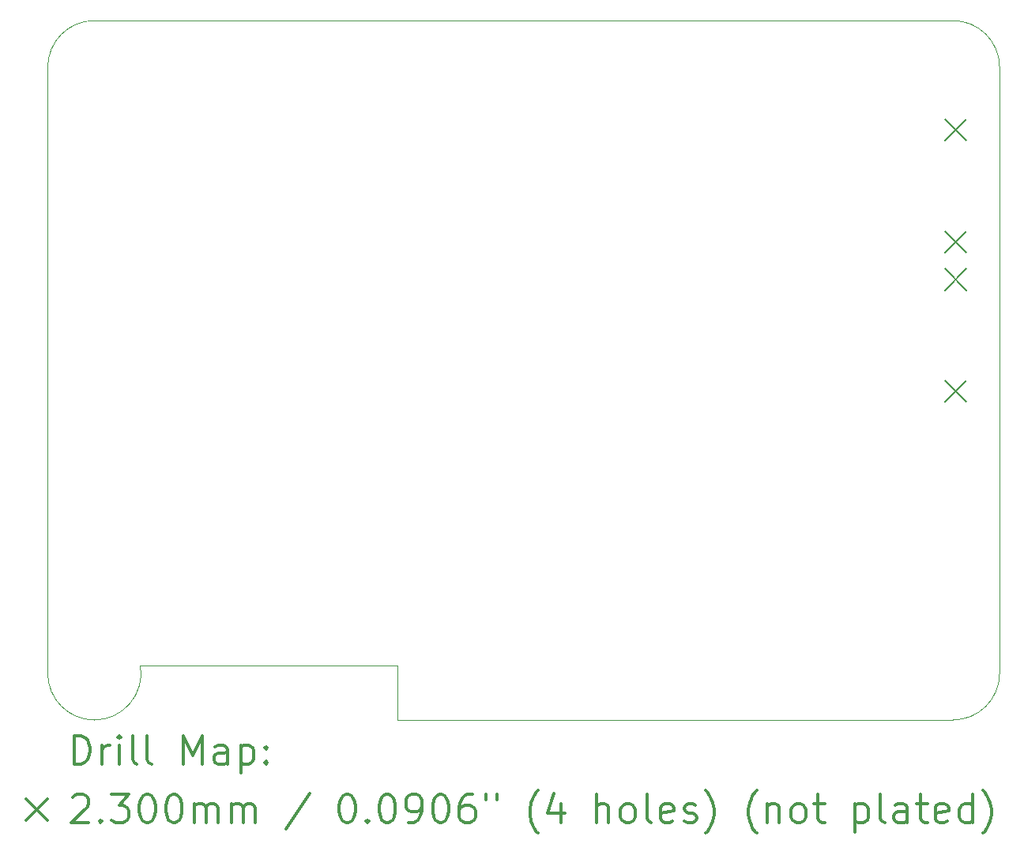
<source format=gbr>
%FSLAX45Y45*%
G04 Gerber Fmt 4.5, Leading zero omitted, Abs format (unit mm)*
G04 Created by KiCad (PCBNEW 5.1.12-84ad8e8a86~92~ubuntu20.04.1) date 2022-06-26 22:50:32*
%MOMM*%
%LPD*%
G01*
G04 APERTURE LIST*
%TA.AperFunction,Profile*%
%ADD10C,0.100000*%
%TD*%
%ADD11C,0.200000*%
%ADD12C,0.300000*%
G04 APERTURE END LIST*
D10*
X9500000Y-12500000D02*
X9499600Y-12499848D01*
X9993439Y-11920210D02*
G75*
G02*
X9499600Y-12499848I-493439J-79790D01*
G01*
X12750292Y-12500000D02*
X12750292Y-11920220D01*
X9993376Y-11920220D02*
X12750292Y-11920220D01*
X12750292Y-12500000D02*
X18700000Y-12500000D01*
X18700000Y-5000000D02*
X9500000Y-5000000D01*
X19200000Y-12000000D02*
X19200000Y-5500000D01*
X9000000Y-5500000D02*
X9000000Y-12000000D01*
X18700000Y-5000000D02*
G75*
G02*
X19200000Y-5500000I0J-500000D01*
G01*
X19200000Y-12000000D02*
G75*
G02*
X18700000Y-12500000I-500000J0D01*
G01*
X9500000Y-12500000D02*
G75*
G02*
X9000000Y-12000000I0J500000D01*
G01*
X9000000Y-5500000D02*
G75*
G02*
X9500000Y-5000000I500000J0D01*
G01*
D11*
X18615000Y-6059000D02*
X18845000Y-6289000D01*
X18845000Y-6059000D02*
X18615000Y-6289000D01*
X18615000Y-7259000D02*
X18845000Y-7489000D01*
X18845000Y-7259000D02*
X18615000Y-7489000D01*
X18615000Y-7661000D02*
X18845000Y-7891000D01*
X18845000Y-7661000D02*
X18615000Y-7891000D01*
X18615000Y-8861000D02*
X18845000Y-9091000D01*
X18845000Y-8861000D02*
X18615000Y-9091000D01*
D12*
X9281428Y-12970714D02*
X9281428Y-12670714D01*
X9352857Y-12670714D01*
X9395714Y-12685000D01*
X9424286Y-12713571D01*
X9438571Y-12742143D01*
X9452857Y-12799286D01*
X9452857Y-12842143D01*
X9438571Y-12899286D01*
X9424286Y-12927857D01*
X9395714Y-12956429D01*
X9352857Y-12970714D01*
X9281428Y-12970714D01*
X9581428Y-12970714D02*
X9581428Y-12770714D01*
X9581428Y-12827857D02*
X9595714Y-12799286D01*
X9610000Y-12785000D01*
X9638571Y-12770714D01*
X9667143Y-12770714D01*
X9767143Y-12970714D02*
X9767143Y-12770714D01*
X9767143Y-12670714D02*
X9752857Y-12685000D01*
X9767143Y-12699286D01*
X9781428Y-12685000D01*
X9767143Y-12670714D01*
X9767143Y-12699286D01*
X9952857Y-12970714D02*
X9924286Y-12956429D01*
X9910000Y-12927857D01*
X9910000Y-12670714D01*
X10110000Y-12970714D02*
X10081428Y-12956429D01*
X10067143Y-12927857D01*
X10067143Y-12670714D01*
X10452857Y-12970714D02*
X10452857Y-12670714D01*
X10552857Y-12885000D01*
X10652857Y-12670714D01*
X10652857Y-12970714D01*
X10924286Y-12970714D02*
X10924286Y-12813571D01*
X10910000Y-12785000D01*
X10881428Y-12770714D01*
X10824286Y-12770714D01*
X10795714Y-12785000D01*
X10924286Y-12956429D02*
X10895714Y-12970714D01*
X10824286Y-12970714D01*
X10795714Y-12956429D01*
X10781428Y-12927857D01*
X10781428Y-12899286D01*
X10795714Y-12870714D01*
X10824286Y-12856429D01*
X10895714Y-12856429D01*
X10924286Y-12842143D01*
X11067143Y-12770714D02*
X11067143Y-13070714D01*
X11067143Y-12785000D02*
X11095714Y-12770714D01*
X11152857Y-12770714D01*
X11181428Y-12785000D01*
X11195714Y-12799286D01*
X11210000Y-12827857D01*
X11210000Y-12913571D01*
X11195714Y-12942143D01*
X11181428Y-12956429D01*
X11152857Y-12970714D01*
X11095714Y-12970714D01*
X11067143Y-12956429D01*
X11338571Y-12942143D02*
X11352857Y-12956429D01*
X11338571Y-12970714D01*
X11324286Y-12956429D01*
X11338571Y-12942143D01*
X11338571Y-12970714D01*
X11338571Y-12785000D02*
X11352857Y-12799286D01*
X11338571Y-12813571D01*
X11324286Y-12799286D01*
X11338571Y-12785000D01*
X11338571Y-12813571D01*
X8765000Y-13350000D02*
X8995000Y-13580000D01*
X8995000Y-13350000D02*
X8765000Y-13580000D01*
X9267143Y-13329286D02*
X9281428Y-13315000D01*
X9310000Y-13300714D01*
X9381428Y-13300714D01*
X9410000Y-13315000D01*
X9424286Y-13329286D01*
X9438571Y-13357857D01*
X9438571Y-13386429D01*
X9424286Y-13429286D01*
X9252857Y-13600714D01*
X9438571Y-13600714D01*
X9567143Y-13572143D02*
X9581428Y-13586429D01*
X9567143Y-13600714D01*
X9552857Y-13586429D01*
X9567143Y-13572143D01*
X9567143Y-13600714D01*
X9681428Y-13300714D02*
X9867143Y-13300714D01*
X9767143Y-13415000D01*
X9810000Y-13415000D01*
X9838571Y-13429286D01*
X9852857Y-13443571D01*
X9867143Y-13472143D01*
X9867143Y-13543571D01*
X9852857Y-13572143D01*
X9838571Y-13586429D01*
X9810000Y-13600714D01*
X9724286Y-13600714D01*
X9695714Y-13586429D01*
X9681428Y-13572143D01*
X10052857Y-13300714D02*
X10081428Y-13300714D01*
X10110000Y-13315000D01*
X10124286Y-13329286D01*
X10138571Y-13357857D01*
X10152857Y-13415000D01*
X10152857Y-13486429D01*
X10138571Y-13543571D01*
X10124286Y-13572143D01*
X10110000Y-13586429D01*
X10081428Y-13600714D01*
X10052857Y-13600714D01*
X10024286Y-13586429D01*
X10010000Y-13572143D01*
X9995714Y-13543571D01*
X9981428Y-13486429D01*
X9981428Y-13415000D01*
X9995714Y-13357857D01*
X10010000Y-13329286D01*
X10024286Y-13315000D01*
X10052857Y-13300714D01*
X10338571Y-13300714D02*
X10367143Y-13300714D01*
X10395714Y-13315000D01*
X10410000Y-13329286D01*
X10424286Y-13357857D01*
X10438571Y-13415000D01*
X10438571Y-13486429D01*
X10424286Y-13543571D01*
X10410000Y-13572143D01*
X10395714Y-13586429D01*
X10367143Y-13600714D01*
X10338571Y-13600714D01*
X10310000Y-13586429D01*
X10295714Y-13572143D01*
X10281428Y-13543571D01*
X10267143Y-13486429D01*
X10267143Y-13415000D01*
X10281428Y-13357857D01*
X10295714Y-13329286D01*
X10310000Y-13315000D01*
X10338571Y-13300714D01*
X10567143Y-13600714D02*
X10567143Y-13400714D01*
X10567143Y-13429286D02*
X10581428Y-13415000D01*
X10610000Y-13400714D01*
X10652857Y-13400714D01*
X10681428Y-13415000D01*
X10695714Y-13443571D01*
X10695714Y-13600714D01*
X10695714Y-13443571D02*
X10710000Y-13415000D01*
X10738571Y-13400714D01*
X10781428Y-13400714D01*
X10810000Y-13415000D01*
X10824286Y-13443571D01*
X10824286Y-13600714D01*
X10967143Y-13600714D02*
X10967143Y-13400714D01*
X10967143Y-13429286D02*
X10981428Y-13415000D01*
X11010000Y-13400714D01*
X11052857Y-13400714D01*
X11081428Y-13415000D01*
X11095714Y-13443571D01*
X11095714Y-13600714D01*
X11095714Y-13443571D02*
X11110000Y-13415000D01*
X11138571Y-13400714D01*
X11181428Y-13400714D01*
X11210000Y-13415000D01*
X11224286Y-13443571D01*
X11224286Y-13600714D01*
X11810000Y-13286429D02*
X11552857Y-13672143D01*
X12195714Y-13300714D02*
X12224286Y-13300714D01*
X12252857Y-13315000D01*
X12267143Y-13329286D01*
X12281428Y-13357857D01*
X12295714Y-13415000D01*
X12295714Y-13486429D01*
X12281428Y-13543571D01*
X12267143Y-13572143D01*
X12252857Y-13586429D01*
X12224286Y-13600714D01*
X12195714Y-13600714D01*
X12167143Y-13586429D01*
X12152857Y-13572143D01*
X12138571Y-13543571D01*
X12124286Y-13486429D01*
X12124286Y-13415000D01*
X12138571Y-13357857D01*
X12152857Y-13329286D01*
X12167143Y-13315000D01*
X12195714Y-13300714D01*
X12424286Y-13572143D02*
X12438571Y-13586429D01*
X12424286Y-13600714D01*
X12410000Y-13586429D01*
X12424286Y-13572143D01*
X12424286Y-13600714D01*
X12624286Y-13300714D02*
X12652857Y-13300714D01*
X12681428Y-13315000D01*
X12695714Y-13329286D01*
X12710000Y-13357857D01*
X12724286Y-13415000D01*
X12724286Y-13486429D01*
X12710000Y-13543571D01*
X12695714Y-13572143D01*
X12681428Y-13586429D01*
X12652857Y-13600714D01*
X12624286Y-13600714D01*
X12595714Y-13586429D01*
X12581428Y-13572143D01*
X12567143Y-13543571D01*
X12552857Y-13486429D01*
X12552857Y-13415000D01*
X12567143Y-13357857D01*
X12581428Y-13329286D01*
X12595714Y-13315000D01*
X12624286Y-13300714D01*
X12867143Y-13600714D02*
X12924286Y-13600714D01*
X12952857Y-13586429D01*
X12967143Y-13572143D01*
X12995714Y-13529286D01*
X13010000Y-13472143D01*
X13010000Y-13357857D01*
X12995714Y-13329286D01*
X12981428Y-13315000D01*
X12952857Y-13300714D01*
X12895714Y-13300714D01*
X12867143Y-13315000D01*
X12852857Y-13329286D01*
X12838571Y-13357857D01*
X12838571Y-13429286D01*
X12852857Y-13457857D01*
X12867143Y-13472143D01*
X12895714Y-13486429D01*
X12952857Y-13486429D01*
X12981428Y-13472143D01*
X12995714Y-13457857D01*
X13010000Y-13429286D01*
X13195714Y-13300714D02*
X13224286Y-13300714D01*
X13252857Y-13315000D01*
X13267143Y-13329286D01*
X13281428Y-13357857D01*
X13295714Y-13415000D01*
X13295714Y-13486429D01*
X13281428Y-13543571D01*
X13267143Y-13572143D01*
X13252857Y-13586429D01*
X13224286Y-13600714D01*
X13195714Y-13600714D01*
X13167143Y-13586429D01*
X13152857Y-13572143D01*
X13138571Y-13543571D01*
X13124286Y-13486429D01*
X13124286Y-13415000D01*
X13138571Y-13357857D01*
X13152857Y-13329286D01*
X13167143Y-13315000D01*
X13195714Y-13300714D01*
X13552857Y-13300714D02*
X13495714Y-13300714D01*
X13467143Y-13315000D01*
X13452857Y-13329286D01*
X13424286Y-13372143D01*
X13410000Y-13429286D01*
X13410000Y-13543571D01*
X13424286Y-13572143D01*
X13438571Y-13586429D01*
X13467143Y-13600714D01*
X13524286Y-13600714D01*
X13552857Y-13586429D01*
X13567143Y-13572143D01*
X13581428Y-13543571D01*
X13581428Y-13472143D01*
X13567143Y-13443571D01*
X13552857Y-13429286D01*
X13524286Y-13415000D01*
X13467143Y-13415000D01*
X13438571Y-13429286D01*
X13424286Y-13443571D01*
X13410000Y-13472143D01*
X13695714Y-13300714D02*
X13695714Y-13357857D01*
X13810000Y-13300714D02*
X13810000Y-13357857D01*
X14252857Y-13715000D02*
X14238571Y-13700714D01*
X14210000Y-13657857D01*
X14195714Y-13629286D01*
X14181428Y-13586429D01*
X14167143Y-13515000D01*
X14167143Y-13457857D01*
X14181428Y-13386429D01*
X14195714Y-13343571D01*
X14210000Y-13315000D01*
X14238571Y-13272143D01*
X14252857Y-13257857D01*
X14495714Y-13400714D02*
X14495714Y-13600714D01*
X14424286Y-13286429D02*
X14352857Y-13500714D01*
X14538571Y-13500714D01*
X14881428Y-13600714D02*
X14881428Y-13300714D01*
X15010000Y-13600714D02*
X15010000Y-13443571D01*
X14995714Y-13415000D01*
X14967143Y-13400714D01*
X14924286Y-13400714D01*
X14895714Y-13415000D01*
X14881428Y-13429286D01*
X15195714Y-13600714D02*
X15167143Y-13586429D01*
X15152857Y-13572143D01*
X15138571Y-13543571D01*
X15138571Y-13457857D01*
X15152857Y-13429286D01*
X15167143Y-13415000D01*
X15195714Y-13400714D01*
X15238571Y-13400714D01*
X15267143Y-13415000D01*
X15281428Y-13429286D01*
X15295714Y-13457857D01*
X15295714Y-13543571D01*
X15281428Y-13572143D01*
X15267143Y-13586429D01*
X15238571Y-13600714D01*
X15195714Y-13600714D01*
X15467143Y-13600714D02*
X15438571Y-13586429D01*
X15424286Y-13557857D01*
X15424286Y-13300714D01*
X15695714Y-13586429D02*
X15667143Y-13600714D01*
X15610000Y-13600714D01*
X15581428Y-13586429D01*
X15567143Y-13557857D01*
X15567143Y-13443571D01*
X15581428Y-13415000D01*
X15610000Y-13400714D01*
X15667143Y-13400714D01*
X15695714Y-13415000D01*
X15710000Y-13443571D01*
X15710000Y-13472143D01*
X15567143Y-13500714D01*
X15824286Y-13586429D02*
X15852857Y-13600714D01*
X15910000Y-13600714D01*
X15938571Y-13586429D01*
X15952857Y-13557857D01*
X15952857Y-13543571D01*
X15938571Y-13515000D01*
X15910000Y-13500714D01*
X15867143Y-13500714D01*
X15838571Y-13486429D01*
X15824286Y-13457857D01*
X15824286Y-13443571D01*
X15838571Y-13415000D01*
X15867143Y-13400714D01*
X15910000Y-13400714D01*
X15938571Y-13415000D01*
X16052857Y-13715000D02*
X16067143Y-13700714D01*
X16095714Y-13657857D01*
X16110000Y-13629286D01*
X16124286Y-13586429D01*
X16138571Y-13515000D01*
X16138571Y-13457857D01*
X16124286Y-13386429D01*
X16110000Y-13343571D01*
X16095714Y-13315000D01*
X16067143Y-13272143D01*
X16052857Y-13257857D01*
X16595714Y-13715000D02*
X16581428Y-13700714D01*
X16552857Y-13657857D01*
X16538571Y-13629286D01*
X16524286Y-13586429D01*
X16510000Y-13515000D01*
X16510000Y-13457857D01*
X16524286Y-13386429D01*
X16538571Y-13343571D01*
X16552857Y-13315000D01*
X16581428Y-13272143D01*
X16595714Y-13257857D01*
X16710000Y-13400714D02*
X16710000Y-13600714D01*
X16710000Y-13429286D02*
X16724286Y-13415000D01*
X16752857Y-13400714D01*
X16795714Y-13400714D01*
X16824286Y-13415000D01*
X16838571Y-13443571D01*
X16838571Y-13600714D01*
X17024286Y-13600714D02*
X16995714Y-13586429D01*
X16981428Y-13572143D01*
X16967143Y-13543571D01*
X16967143Y-13457857D01*
X16981428Y-13429286D01*
X16995714Y-13415000D01*
X17024286Y-13400714D01*
X17067143Y-13400714D01*
X17095714Y-13415000D01*
X17110000Y-13429286D01*
X17124286Y-13457857D01*
X17124286Y-13543571D01*
X17110000Y-13572143D01*
X17095714Y-13586429D01*
X17067143Y-13600714D01*
X17024286Y-13600714D01*
X17210000Y-13400714D02*
X17324286Y-13400714D01*
X17252857Y-13300714D02*
X17252857Y-13557857D01*
X17267143Y-13586429D01*
X17295714Y-13600714D01*
X17324286Y-13600714D01*
X17652857Y-13400714D02*
X17652857Y-13700714D01*
X17652857Y-13415000D02*
X17681428Y-13400714D01*
X17738571Y-13400714D01*
X17767143Y-13415000D01*
X17781428Y-13429286D01*
X17795714Y-13457857D01*
X17795714Y-13543571D01*
X17781428Y-13572143D01*
X17767143Y-13586429D01*
X17738571Y-13600714D01*
X17681428Y-13600714D01*
X17652857Y-13586429D01*
X17967143Y-13600714D02*
X17938571Y-13586429D01*
X17924286Y-13557857D01*
X17924286Y-13300714D01*
X18210000Y-13600714D02*
X18210000Y-13443571D01*
X18195714Y-13415000D01*
X18167143Y-13400714D01*
X18110000Y-13400714D01*
X18081428Y-13415000D01*
X18210000Y-13586429D02*
X18181428Y-13600714D01*
X18110000Y-13600714D01*
X18081428Y-13586429D01*
X18067143Y-13557857D01*
X18067143Y-13529286D01*
X18081428Y-13500714D01*
X18110000Y-13486429D01*
X18181428Y-13486429D01*
X18210000Y-13472143D01*
X18310000Y-13400714D02*
X18424286Y-13400714D01*
X18352857Y-13300714D02*
X18352857Y-13557857D01*
X18367143Y-13586429D01*
X18395714Y-13600714D01*
X18424286Y-13600714D01*
X18638571Y-13586429D02*
X18610000Y-13600714D01*
X18552857Y-13600714D01*
X18524286Y-13586429D01*
X18510000Y-13557857D01*
X18510000Y-13443571D01*
X18524286Y-13415000D01*
X18552857Y-13400714D01*
X18610000Y-13400714D01*
X18638571Y-13415000D01*
X18652857Y-13443571D01*
X18652857Y-13472143D01*
X18510000Y-13500714D01*
X18910000Y-13600714D02*
X18910000Y-13300714D01*
X18910000Y-13586429D02*
X18881428Y-13600714D01*
X18824286Y-13600714D01*
X18795714Y-13586429D01*
X18781428Y-13572143D01*
X18767143Y-13543571D01*
X18767143Y-13457857D01*
X18781428Y-13429286D01*
X18795714Y-13415000D01*
X18824286Y-13400714D01*
X18881428Y-13400714D01*
X18910000Y-13415000D01*
X19024286Y-13715000D02*
X19038571Y-13700714D01*
X19067143Y-13657857D01*
X19081428Y-13629286D01*
X19095714Y-13586429D01*
X19110000Y-13515000D01*
X19110000Y-13457857D01*
X19095714Y-13386429D01*
X19081428Y-13343571D01*
X19067143Y-13315000D01*
X19038571Y-13272143D01*
X19024286Y-13257857D01*
M02*

</source>
